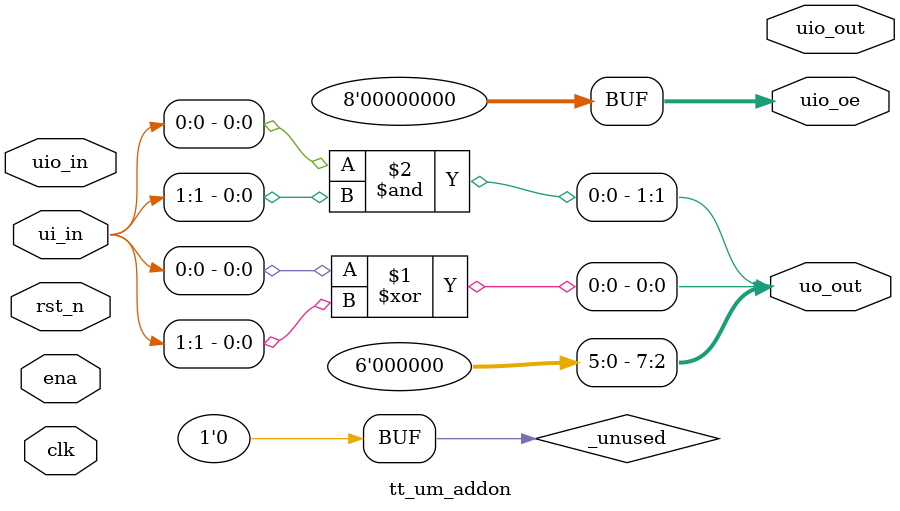
<source format=v>
/*
 * Copyright (c) 2024 Your Name
 * SPDX-License-Identifier: Apache-2.0
 */

`default_nettype none

module tt_um_addon (
    input  wire [7:0] ui_in,    // Dedicated inputs
    output wire [7:0] uo_out,   // Dedicated outputs
    input  wire [7:0] uio_in,   // IOs: Input path
    output wire [7:0] uio_out,  // IOs: Output path
    output wire [7:0] uio_oe,   // IOs: Enable path (active high: 0=input, 1=output)
    input  wire       ena,      // always 1 when the design is powered, so you can ignore it
    input  wire       clk,      // clock
    input  wire       rst_n     // reset_n - low to reset
);

  // All output pins must be assigned. If not used, assign to 0.
  //assign uo_out  = ui_in + uio_in;  // Example: ou_out is the sum of ui_in and uio_in
  assign uo_out[0] = ui_in[0] ^ ui_in[1];
  assign uo_out[1] = ui_in[0] & ui_in[1];
  assign uo_out[7:2] = 6'b0;
  assign uio_oe  = 0;

  // List all unused inputs to prevent warnings
  wire _unused = &{ena, clk, rst_n, 1'b0};

endmodule

</source>
